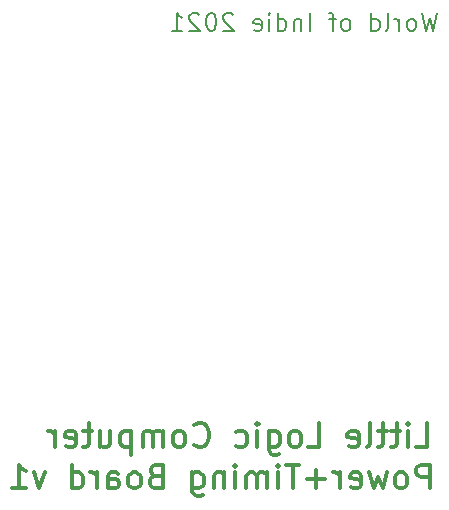
<source format=gbr>
G04 #@! TF.GenerationSoftware,KiCad,Pcbnew,(5.1.5)-3*
G04 #@! TF.CreationDate,2021-01-18T17:20:57+00:00*
G04 #@! TF.ProjectId,Little Logic Computer - Power+Timing,4c697474-6c65-4204-9c6f-67696320436f,rev?*
G04 #@! TF.SameCoordinates,Original*
G04 #@! TF.FileFunction,Legend,Bot*
G04 #@! TF.FilePolarity,Positive*
%FSLAX46Y46*%
G04 Gerber Fmt 4.6, Leading zero omitted, Abs format (unit mm)*
G04 Created by KiCad (PCBNEW (5.1.5)-3) date 2021-01-18 17:20:57*
%MOMM*%
%LPD*%
G04 APERTURE LIST*
%ADD10C,0.150000*%
%ADD11C,0.300000*%
G04 APERTURE END LIST*
D10*
X192850000Y-80178571D02*
X192492857Y-81678571D01*
X192207142Y-80607142D01*
X191921428Y-81678571D01*
X191564285Y-80178571D01*
X190778571Y-81678571D02*
X190921428Y-81607142D01*
X190992857Y-81535714D01*
X191064285Y-81392857D01*
X191064285Y-80964285D01*
X190992857Y-80821428D01*
X190921428Y-80750000D01*
X190778571Y-80678571D01*
X190564285Y-80678571D01*
X190421428Y-80750000D01*
X190350000Y-80821428D01*
X190278571Y-80964285D01*
X190278571Y-81392857D01*
X190350000Y-81535714D01*
X190421428Y-81607142D01*
X190564285Y-81678571D01*
X190778571Y-81678571D01*
X189635714Y-81678571D02*
X189635714Y-80678571D01*
X189635714Y-80964285D02*
X189564285Y-80821428D01*
X189492857Y-80750000D01*
X189350000Y-80678571D01*
X189207142Y-80678571D01*
X188492857Y-81678571D02*
X188635714Y-81607142D01*
X188707142Y-81464285D01*
X188707142Y-80178571D01*
X187278571Y-81678571D02*
X187278571Y-80178571D01*
X187278571Y-81607142D02*
X187421428Y-81678571D01*
X187707142Y-81678571D01*
X187850000Y-81607142D01*
X187921428Y-81535714D01*
X187992857Y-81392857D01*
X187992857Y-80964285D01*
X187921428Y-80821428D01*
X187850000Y-80750000D01*
X187707142Y-80678571D01*
X187421428Y-80678571D01*
X187278571Y-80750000D01*
X185207142Y-81678571D02*
X185350000Y-81607142D01*
X185421428Y-81535714D01*
X185492857Y-81392857D01*
X185492857Y-80964285D01*
X185421428Y-80821428D01*
X185350000Y-80750000D01*
X185207142Y-80678571D01*
X184992857Y-80678571D01*
X184850000Y-80750000D01*
X184778571Y-80821428D01*
X184707142Y-80964285D01*
X184707142Y-81392857D01*
X184778571Y-81535714D01*
X184850000Y-81607142D01*
X184992857Y-81678571D01*
X185207142Y-81678571D01*
X184278571Y-80678571D02*
X183707142Y-80678571D01*
X184064285Y-81678571D02*
X184064285Y-80392857D01*
X183992857Y-80250000D01*
X183850000Y-80178571D01*
X183707142Y-80178571D01*
X182064285Y-81678571D02*
X182064285Y-80178571D01*
X181350000Y-80678571D02*
X181350000Y-81678571D01*
X181350000Y-80821428D02*
X181278571Y-80750000D01*
X181135714Y-80678571D01*
X180921428Y-80678571D01*
X180778571Y-80750000D01*
X180707142Y-80892857D01*
X180707142Y-81678571D01*
X179350000Y-81678571D02*
X179350000Y-80178571D01*
X179350000Y-81607142D02*
X179492857Y-81678571D01*
X179778571Y-81678571D01*
X179921428Y-81607142D01*
X179992857Y-81535714D01*
X180064285Y-81392857D01*
X180064285Y-80964285D01*
X179992857Y-80821428D01*
X179921428Y-80750000D01*
X179778571Y-80678571D01*
X179492857Y-80678571D01*
X179350000Y-80750000D01*
X178635714Y-81678571D02*
X178635714Y-80678571D01*
X178635714Y-80178571D02*
X178707142Y-80250000D01*
X178635714Y-80321428D01*
X178564285Y-80250000D01*
X178635714Y-80178571D01*
X178635714Y-80321428D01*
X177350000Y-81607142D02*
X177492857Y-81678571D01*
X177778571Y-81678571D01*
X177921428Y-81607142D01*
X177992857Y-81464285D01*
X177992857Y-80892857D01*
X177921428Y-80750000D01*
X177778571Y-80678571D01*
X177492857Y-80678571D01*
X177350000Y-80750000D01*
X177278571Y-80892857D01*
X177278571Y-81035714D01*
X177992857Y-81178571D01*
X175564285Y-80321428D02*
X175492857Y-80250000D01*
X175350000Y-80178571D01*
X174992857Y-80178571D01*
X174850000Y-80250000D01*
X174778571Y-80321428D01*
X174707142Y-80464285D01*
X174707142Y-80607142D01*
X174778571Y-80821428D01*
X175635714Y-81678571D01*
X174707142Y-81678571D01*
X173778571Y-80178571D02*
X173635714Y-80178571D01*
X173492857Y-80250000D01*
X173421428Y-80321428D01*
X173350000Y-80464285D01*
X173278571Y-80750000D01*
X173278571Y-81107142D01*
X173350000Y-81392857D01*
X173421428Y-81535714D01*
X173492857Y-81607142D01*
X173635714Y-81678571D01*
X173778571Y-81678571D01*
X173921428Y-81607142D01*
X173992857Y-81535714D01*
X174064285Y-81392857D01*
X174135714Y-81107142D01*
X174135714Y-80750000D01*
X174064285Y-80464285D01*
X173992857Y-80321428D01*
X173921428Y-80250000D01*
X173778571Y-80178571D01*
X172707142Y-80321428D02*
X172635714Y-80250000D01*
X172492857Y-80178571D01*
X172135714Y-80178571D01*
X171992857Y-80250000D01*
X171921428Y-80321428D01*
X171850000Y-80464285D01*
X171850000Y-80607142D01*
X171921428Y-80821428D01*
X172778571Y-81678571D01*
X171850000Y-81678571D01*
X170421428Y-81678571D02*
X171278571Y-81678571D01*
X170850000Y-81678571D02*
X170850000Y-80178571D01*
X170992857Y-80392857D01*
X171135714Y-80535714D01*
X171278571Y-80607142D01*
D11*
X192219047Y-120404761D02*
X192219047Y-118404761D01*
X191457142Y-118404761D01*
X191266666Y-118500000D01*
X191171428Y-118595238D01*
X191076190Y-118785714D01*
X191076190Y-119071428D01*
X191171428Y-119261904D01*
X191266666Y-119357142D01*
X191457142Y-119452380D01*
X192219047Y-119452380D01*
X189933333Y-120404761D02*
X190123809Y-120309523D01*
X190219047Y-120214285D01*
X190314285Y-120023809D01*
X190314285Y-119452380D01*
X190219047Y-119261904D01*
X190123809Y-119166666D01*
X189933333Y-119071428D01*
X189647619Y-119071428D01*
X189457142Y-119166666D01*
X189361904Y-119261904D01*
X189266666Y-119452380D01*
X189266666Y-120023809D01*
X189361904Y-120214285D01*
X189457142Y-120309523D01*
X189647619Y-120404761D01*
X189933333Y-120404761D01*
X188600000Y-119071428D02*
X188219047Y-120404761D01*
X187838095Y-119452380D01*
X187457142Y-120404761D01*
X187076190Y-119071428D01*
X185552380Y-120309523D02*
X185742857Y-120404761D01*
X186123809Y-120404761D01*
X186314285Y-120309523D01*
X186409523Y-120119047D01*
X186409523Y-119357142D01*
X186314285Y-119166666D01*
X186123809Y-119071428D01*
X185742857Y-119071428D01*
X185552380Y-119166666D01*
X185457142Y-119357142D01*
X185457142Y-119547619D01*
X186409523Y-119738095D01*
X184600000Y-120404761D02*
X184600000Y-119071428D01*
X184600000Y-119452380D02*
X184504761Y-119261904D01*
X184409523Y-119166666D01*
X184219047Y-119071428D01*
X184028571Y-119071428D01*
X183361904Y-119642857D02*
X181838095Y-119642857D01*
X182600000Y-120404761D02*
X182600000Y-118880952D01*
X181171428Y-118404761D02*
X180028571Y-118404761D01*
X180600000Y-120404761D02*
X180600000Y-118404761D01*
X179361904Y-120404761D02*
X179361904Y-119071428D01*
X179361904Y-118404761D02*
X179457142Y-118500000D01*
X179361904Y-118595238D01*
X179266666Y-118500000D01*
X179361904Y-118404761D01*
X179361904Y-118595238D01*
X178409523Y-120404761D02*
X178409523Y-119071428D01*
X178409523Y-119261904D02*
X178314285Y-119166666D01*
X178123809Y-119071428D01*
X177838095Y-119071428D01*
X177647619Y-119166666D01*
X177552380Y-119357142D01*
X177552380Y-120404761D01*
X177552380Y-119357142D02*
X177457142Y-119166666D01*
X177266666Y-119071428D01*
X176980952Y-119071428D01*
X176790476Y-119166666D01*
X176695238Y-119357142D01*
X176695238Y-120404761D01*
X175742857Y-120404761D02*
X175742857Y-119071428D01*
X175742857Y-118404761D02*
X175838095Y-118500000D01*
X175742857Y-118595238D01*
X175647619Y-118500000D01*
X175742857Y-118404761D01*
X175742857Y-118595238D01*
X174790476Y-119071428D02*
X174790476Y-120404761D01*
X174790476Y-119261904D02*
X174695238Y-119166666D01*
X174504761Y-119071428D01*
X174219047Y-119071428D01*
X174028571Y-119166666D01*
X173933333Y-119357142D01*
X173933333Y-120404761D01*
X172123809Y-119071428D02*
X172123809Y-120690476D01*
X172219047Y-120880952D01*
X172314285Y-120976190D01*
X172504761Y-121071428D01*
X172790476Y-121071428D01*
X172980952Y-120976190D01*
X172123809Y-120309523D02*
X172314285Y-120404761D01*
X172695238Y-120404761D01*
X172885714Y-120309523D01*
X172980952Y-120214285D01*
X173076190Y-120023809D01*
X173076190Y-119452380D01*
X172980952Y-119261904D01*
X172885714Y-119166666D01*
X172695238Y-119071428D01*
X172314285Y-119071428D01*
X172123809Y-119166666D01*
X168980952Y-119357142D02*
X168695238Y-119452380D01*
X168600000Y-119547619D01*
X168504761Y-119738095D01*
X168504761Y-120023809D01*
X168600000Y-120214285D01*
X168695238Y-120309523D01*
X168885714Y-120404761D01*
X169647619Y-120404761D01*
X169647619Y-118404761D01*
X168980952Y-118404761D01*
X168790476Y-118500000D01*
X168695238Y-118595238D01*
X168600000Y-118785714D01*
X168600000Y-118976190D01*
X168695238Y-119166666D01*
X168790476Y-119261904D01*
X168980952Y-119357142D01*
X169647619Y-119357142D01*
X167361904Y-120404761D02*
X167552380Y-120309523D01*
X167647619Y-120214285D01*
X167742857Y-120023809D01*
X167742857Y-119452380D01*
X167647619Y-119261904D01*
X167552380Y-119166666D01*
X167361904Y-119071428D01*
X167076190Y-119071428D01*
X166885714Y-119166666D01*
X166790476Y-119261904D01*
X166695238Y-119452380D01*
X166695238Y-120023809D01*
X166790476Y-120214285D01*
X166885714Y-120309523D01*
X167076190Y-120404761D01*
X167361904Y-120404761D01*
X164980952Y-120404761D02*
X164980952Y-119357142D01*
X165076190Y-119166666D01*
X165266666Y-119071428D01*
X165647619Y-119071428D01*
X165838095Y-119166666D01*
X164980952Y-120309523D02*
X165171428Y-120404761D01*
X165647619Y-120404761D01*
X165838095Y-120309523D01*
X165933333Y-120119047D01*
X165933333Y-119928571D01*
X165838095Y-119738095D01*
X165647619Y-119642857D01*
X165171428Y-119642857D01*
X164980952Y-119547619D01*
X164028571Y-120404761D02*
X164028571Y-119071428D01*
X164028571Y-119452380D02*
X163933333Y-119261904D01*
X163838095Y-119166666D01*
X163647619Y-119071428D01*
X163457142Y-119071428D01*
X161933333Y-120404761D02*
X161933333Y-118404761D01*
X161933333Y-120309523D02*
X162123809Y-120404761D01*
X162504761Y-120404761D01*
X162695238Y-120309523D01*
X162790476Y-120214285D01*
X162885714Y-120023809D01*
X162885714Y-119452380D01*
X162790476Y-119261904D01*
X162695238Y-119166666D01*
X162504761Y-119071428D01*
X162123809Y-119071428D01*
X161933333Y-119166666D01*
X159647619Y-119071428D02*
X159171428Y-120404761D01*
X158695238Y-119071428D01*
X156885714Y-120404761D02*
X158028571Y-120404761D01*
X157457142Y-120404761D02*
X157457142Y-118404761D01*
X157647619Y-118690476D01*
X157838095Y-118880952D01*
X158028571Y-118976190D01*
X191052380Y-116904761D02*
X192004761Y-116904761D01*
X192004761Y-114904761D01*
X190385714Y-116904761D02*
X190385714Y-115571428D01*
X190385714Y-114904761D02*
X190480952Y-115000000D01*
X190385714Y-115095238D01*
X190290476Y-115000000D01*
X190385714Y-114904761D01*
X190385714Y-115095238D01*
X189719047Y-115571428D02*
X188957142Y-115571428D01*
X189433333Y-114904761D02*
X189433333Y-116619047D01*
X189338095Y-116809523D01*
X189147619Y-116904761D01*
X188957142Y-116904761D01*
X188576190Y-115571428D02*
X187814285Y-115571428D01*
X188290476Y-114904761D02*
X188290476Y-116619047D01*
X188195238Y-116809523D01*
X188004761Y-116904761D01*
X187814285Y-116904761D01*
X186861904Y-116904761D02*
X187052380Y-116809523D01*
X187147619Y-116619047D01*
X187147619Y-114904761D01*
X185338095Y-116809523D02*
X185528571Y-116904761D01*
X185909523Y-116904761D01*
X186100000Y-116809523D01*
X186195238Y-116619047D01*
X186195238Y-115857142D01*
X186100000Y-115666666D01*
X185909523Y-115571428D01*
X185528571Y-115571428D01*
X185338095Y-115666666D01*
X185242857Y-115857142D01*
X185242857Y-116047619D01*
X186195238Y-116238095D01*
X181909523Y-116904761D02*
X182861904Y-116904761D01*
X182861904Y-114904761D01*
X180957142Y-116904761D02*
X181147619Y-116809523D01*
X181242857Y-116714285D01*
X181338095Y-116523809D01*
X181338095Y-115952380D01*
X181242857Y-115761904D01*
X181147619Y-115666666D01*
X180957142Y-115571428D01*
X180671428Y-115571428D01*
X180480952Y-115666666D01*
X180385714Y-115761904D01*
X180290476Y-115952380D01*
X180290476Y-116523809D01*
X180385714Y-116714285D01*
X180480952Y-116809523D01*
X180671428Y-116904761D01*
X180957142Y-116904761D01*
X178576190Y-115571428D02*
X178576190Y-117190476D01*
X178671428Y-117380952D01*
X178766666Y-117476190D01*
X178957142Y-117571428D01*
X179242857Y-117571428D01*
X179433333Y-117476190D01*
X178576190Y-116809523D02*
X178766666Y-116904761D01*
X179147619Y-116904761D01*
X179338095Y-116809523D01*
X179433333Y-116714285D01*
X179528571Y-116523809D01*
X179528571Y-115952380D01*
X179433333Y-115761904D01*
X179338095Y-115666666D01*
X179147619Y-115571428D01*
X178766666Y-115571428D01*
X178576190Y-115666666D01*
X177623809Y-116904761D02*
X177623809Y-115571428D01*
X177623809Y-114904761D02*
X177719047Y-115000000D01*
X177623809Y-115095238D01*
X177528571Y-115000000D01*
X177623809Y-114904761D01*
X177623809Y-115095238D01*
X175814285Y-116809523D02*
X176004761Y-116904761D01*
X176385714Y-116904761D01*
X176576190Y-116809523D01*
X176671428Y-116714285D01*
X176766666Y-116523809D01*
X176766666Y-115952380D01*
X176671428Y-115761904D01*
X176576190Y-115666666D01*
X176385714Y-115571428D01*
X176004761Y-115571428D01*
X175814285Y-115666666D01*
X172290476Y-116714285D02*
X172385714Y-116809523D01*
X172671428Y-116904761D01*
X172861904Y-116904761D01*
X173147619Y-116809523D01*
X173338095Y-116619047D01*
X173433333Y-116428571D01*
X173528571Y-116047619D01*
X173528571Y-115761904D01*
X173433333Y-115380952D01*
X173338095Y-115190476D01*
X173147619Y-115000000D01*
X172861904Y-114904761D01*
X172671428Y-114904761D01*
X172385714Y-115000000D01*
X172290476Y-115095238D01*
X171147619Y-116904761D02*
X171338095Y-116809523D01*
X171433333Y-116714285D01*
X171528571Y-116523809D01*
X171528571Y-115952380D01*
X171433333Y-115761904D01*
X171338095Y-115666666D01*
X171147619Y-115571428D01*
X170861904Y-115571428D01*
X170671428Y-115666666D01*
X170576190Y-115761904D01*
X170480952Y-115952380D01*
X170480952Y-116523809D01*
X170576190Y-116714285D01*
X170671428Y-116809523D01*
X170861904Y-116904761D01*
X171147619Y-116904761D01*
X169623809Y-116904761D02*
X169623809Y-115571428D01*
X169623809Y-115761904D02*
X169528571Y-115666666D01*
X169338095Y-115571428D01*
X169052380Y-115571428D01*
X168861904Y-115666666D01*
X168766666Y-115857142D01*
X168766666Y-116904761D01*
X168766666Y-115857142D02*
X168671428Y-115666666D01*
X168480952Y-115571428D01*
X168195238Y-115571428D01*
X168004761Y-115666666D01*
X167909523Y-115857142D01*
X167909523Y-116904761D01*
X166957142Y-115571428D02*
X166957142Y-117571428D01*
X166957142Y-115666666D02*
X166766666Y-115571428D01*
X166385714Y-115571428D01*
X166195238Y-115666666D01*
X166100000Y-115761904D01*
X166004761Y-115952380D01*
X166004761Y-116523809D01*
X166100000Y-116714285D01*
X166195238Y-116809523D01*
X166385714Y-116904761D01*
X166766666Y-116904761D01*
X166957142Y-116809523D01*
X164290476Y-115571428D02*
X164290476Y-116904761D01*
X165147619Y-115571428D02*
X165147619Y-116619047D01*
X165052380Y-116809523D01*
X164861904Y-116904761D01*
X164576190Y-116904761D01*
X164385714Y-116809523D01*
X164290476Y-116714285D01*
X163623809Y-115571428D02*
X162861904Y-115571428D01*
X163338095Y-114904761D02*
X163338095Y-116619047D01*
X163242857Y-116809523D01*
X163052380Y-116904761D01*
X162861904Y-116904761D01*
X161433333Y-116809523D02*
X161623809Y-116904761D01*
X162004761Y-116904761D01*
X162195238Y-116809523D01*
X162290476Y-116619047D01*
X162290476Y-115857142D01*
X162195238Y-115666666D01*
X162004761Y-115571428D01*
X161623809Y-115571428D01*
X161433333Y-115666666D01*
X161338095Y-115857142D01*
X161338095Y-116047619D01*
X162290476Y-116238095D01*
X160480952Y-116904761D02*
X160480952Y-115571428D01*
X160480952Y-115952380D02*
X160385714Y-115761904D01*
X160290476Y-115666666D01*
X160100000Y-115571428D01*
X159909523Y-115571428D01*
M02*

</source>
